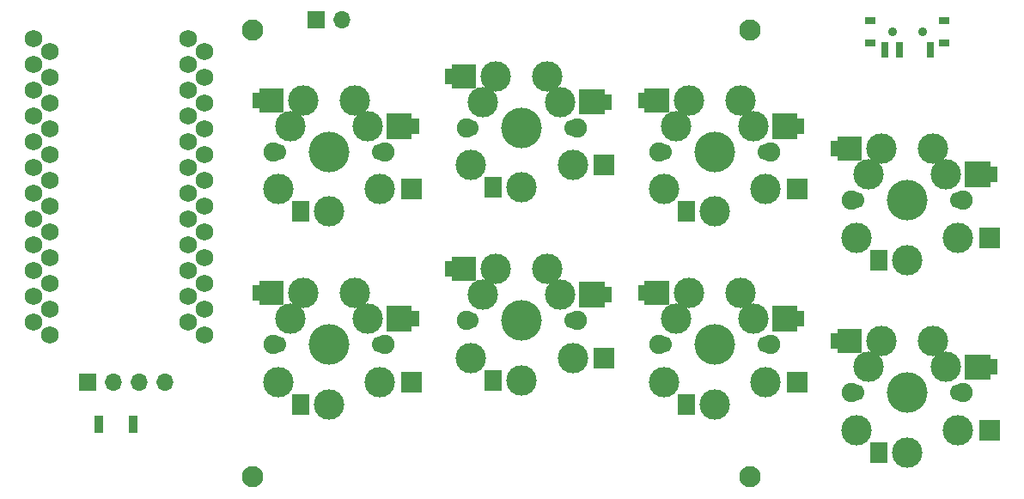
<source format=gbr>
%TF.GenerationSoftware,KiCad,Pcbnew,(5.1.10)-1*%
%TF.CreationDate,2021-09-16T21:08:08-04:00*%
%TF.ProjectId,small-paintbrush-hotswap,736d616c-6c2d-4706-9169-6e7462727573,rev?*%
%TF.SameCoordinates,Original*%
%TF.FileFunction,Soldermask,Top*%
%TF.FilePolarity,Negative*%
%FSLAX46Y46*%
G04 Gerber Fmt 4.6, Leading zero omitted, Abs format (unit mm)*
G04 Created by KiCad (PCBNEW (5.1.10)-1) date 2021-09-16 21:08:08*
%MOMM*%
%LPD*%
G01*
G04 APERTURE LIST*
%ADD10C,2.100000*%
%ADD11C,0.100000*%
%ADD12C,3.000000*%
%ADD13C,0.100000*%
%ADD14R,1.800000X2.000000*%
%ADD15R,2.000000X2.000000*%
%ADD16C,4.000000*%
%ADD17C,1.900000*%
%ADD18C,1.700000*%
%ADD19C,1.752600*%
%ADD20O,1.700000X1.700000*%
%ADD21R,1.700000X1.700000*%
%ADD22R,0.900000X1.700000*%
%ADD23R,1.000000X0.800000*%
%ADD24R,0.700000X1.500000*%
%ADD25C,0.900000*%
G04 APERTURE END LIST*
D10*
%TO.C,REF\u002A\u002A*%
X98401737Y-65599424D03*
%TD*%
%TO.C,REF\u002A\u002A*%
X147401737Y-65599424D03*
%TD*%
%TO.C,REF\u002A\u002A*%
X147401737Y-21599424D03*
%TD*%
%TO.C,REF\u002A\u002A*%
X98401737Y-21599424D03*
%TD*%
D11*
%TO.C,KEY4*%
G36*
X158401737Y-34469424D02*
G01*
X156001737Y-34469424D01*
X156001737Y-34019424D01*
X155351737Y-34019424D01*
X155351737Y-32519424D01*
X156001737Y-32519424D01*
X156001737Y-32069424D01*
X158401737Y-32069424D01*
X158401737Y-34469424D01*
G37*
D12*
X166711737Y-35809424D03*
X166711737Y-35809424D03*
X160361737Y-33269424D03*
D11*
G36*
X168551737Y-34559423D02*
G01*
X171051737Y-34559423D01*
X171051737Y-35059423D01*
X171751737Y-35059423D01*
X171751737Y-36559423D01*
X171051737Y-36559423D01*
X171051737Y-37059423D01*
X168551737Y-37059423D01*
X168551737Y-34559423D01*
G37*
D13*
X166726737Y-35769424D03*
D12*
X167901737Y-42049424D03*
D14*
X160101737Y-44249424D03*
D15*
X171001737Y-42049424D03*
D12*
X157901737Y-42049424D03*
X162901737Y-44249424D03*
D13*
X159076737Y-35769424D03*
D12*
X165441737Y-33269424D03*
D16*
X162901737Y-38349424D03*
D17*
X157401737Y-38349424D03*
X168401737Y-38349424D03*
D18*
X167981737Y-38349424D03*
X157821737Y-38349424D03*
D12*
X159091737Y-35809423D03*
%TD*%
D11*
%TO.C,KEY8*%
G36*
X158401739Y-53469423D02*
G01*
X156001739Y-53469423D01*
X156001739Y-53019423D01*
X155351739Y-53019423D01*
X155351739Y-51519423D01*
X156001739Y-51519423D01*
X156001739Y-51069423D01*
X158401739Y-51069423D01*
X158401739Y-53469423D01*
G37*
D12*
X166711739Y-54809423D03*
X166711739Y-54809423D03*
X160361739Y-52269423D03*
D11*
G36*
X168551739Y-53559422D02*
G01*
X171051739Y-53559422D01*
X171051739Y-54059422D01*
X171751739Y-54059422D01*
X171751739Y-55559422D01*
X171051739Y-55559422D01*
X171051739Y-56059422D01*
X168551739Y-56059422D01*
X168551739Y-53559422D01*
G37*
D13*
X166726739Y-54769423D03*
D12*
X167901739Y-61049423D03*
D14*
X160101739Y-63249423D03*
D15*
X171001739Y-61049423D03*
D12*
X157901739Y-61049423D03*
X162901739Y-63249423D03*
D13*
X159076739Y-54769423D03*
D12*
X165441739Y-52269423D03*
D16*
X162901739Y-57349423D03*
D17*
X157401739Y-57349423D03*
X168401739Y-57349423D03*
D18*
X167981739Y-57349423D03*
X157821739Y-57349423D03*
D12*
X159091739Y-54809422D03*
%TD*%
D11*
%TO.C,KEY7*%
G36*
X139401739Y-48719426D02*
G01*
X137001739Y-48719426D01*
X137001739Y-48269426D01*
X136351739Y-48269426D01*
X136351739Y-46769426D01*
X137001739Y-46769426D01*
X137001739Y-46319426D01*
X139401739Y-46319426D01*
X139401739Y-48719426D01*
G37*
D12*
X147711739Y-50059426D03*
X147711739Y-50059426D03*
X141361739Y-47519426D03*
D11*
G36*
X149551739Y-48809425D02*
G01*
X152051739Y-48809425D01*
X152051739Y-49309425D01*
X152751739Y-49309425D01*
X152751739Y-50809425D01*
X152051739Y-50809425D01*
X152051739Y-51309425D01*
X149551739Y-51309425D01*
X149551739Y-48809425D01*
G37*
D13*
X147726739Y-50019426D03*
D12*
X148901739Y-56299426D03*
D14*
X141101739Y-58499426D03*
D15*
X152001739Y-56299426D03*
D12*
X138901739Y-56299426D03*
X143901739Y-58499426D03*
D13*
X140076739Y-50019426D03*
D12*
X146441739Y-47519426D03*
D16*
X143901739Y-52599426D03*
D17*
X138401739Y-52599426D03*
X149401739Y-52599426D03*
D18*
X148981739Y-52599426D03*
X138821739Y-52599426D03*
D12*
X140091739Y-50059425D03*
%TD*%
D11*
%TO.C,KEY6*%
G36*
X120401739Y-46339424D02*
G01*
X118001739Y-46339424D01*
X118001739Y-45889424D01*
X117351739Y-45889424D01*
X117351739Y-44389424D01*
X118001739Y-44389424D01*
X118001739Y-43939424D01*
X120401739Y-43939424D01*
X120401739Y-46339424D01*
G37*
D12*
X128711739Y-47679424D03*
X128711739Y-47679424D03*
X122361739Y-45139424D03*
D11*
G36*
X130551739Y-46429423D02*
G01*
X133051739Y-46429423D01*
X133051739Y-46929423D01*
X133751739Y-46929423D01*
X133751739Y-48429423D01*
X133051739Y-48429423D01*
X133051739Y-48929423D01*
X130551739Y-48929423D01*
X130551739Y-46429423D01*
G37*
D13*
X128726739Y-47639424D03*
D12*
X129901739Y-53919424D03*
D14*
X122101739Y-56119424D03*
D15*
X133001739Y-53919424D03*
D12*
X119901739Y-53919424D03*
X124901739Y-56119424D03*
D13*
X121076739Y-47639424D03*
D12*
X127441739Y-45139424D03*
D16*
X124901739Y-50219424D03*
D17*
X119401739Y-50219424D03*
X130401739Y-50219424D03*
D18*
X129981739Y-50219424D03*
X119821739Y-50219424D03*
D12*
X121091739Y-47679423D03*
%TD*%
D11*
%TO.C,KEY5*%
G36*
X101401736Y-48719424D02*
G01*
X99001736Y-48719424D01*
X99001736Y-48269424D01*
X98351736Y-48269424D01*
X98351736Y-46769424D01*
X99001736Y-46769424D01*
X99001736Y-46319424D01*
X101401736Y-46319424D01*
X101401736Y-48719424D01*
G37*
D12*
X109711736Y-50059424D03*
X109711736Y-50059424D03*
X103361736Y-47519424D03*
D11*
G36*
X111551736Y-48809423D02*
G01*
X114051736Y-48809423D01*
X114051736Y-49309423D01*
X114751736Y-49309423D01*
X114751736Y-50809423D01*
X114051736Y-50809423D01*
X114051736Y-51309423D01*
X111551736Y-51309423D01*
X111551736Y-48809423D01*
G37*
D13*
X109726736Y-50019424D03*
D12*
X110901736Y-56299424D03*
D14*
X103101736Y-58499424D03*
D15*
X114001736Y-56299424D03*
D12*
X100901736Y-56299424D03*
X105901736Y-58499424D03*
D13*
X102076736Y-50019424D03*
D12*
X108441736Y-47519424D03*
D16*
X105901736Y-52599424D03*
D17*
X100401736Y-52599424D03*
X111401736Y-52599424D03*
D18*
X110981736Y-52599424D03*
X100821736Y-52599424D03*
D12*
X102091736Y-50059423D03*
%TD*%
D11*
%TO.C,KEY3*%
G36*
X139401739Y-29719426D02*
G01*
X137001739Y-29719426D01*
X137001739Y-29269426D01*
X136351739Y-29269426D01*
X136351739Y-27769426D01*
X137001739Y-27769426D01*
X137001739Y-27319426D01*
X139401739Y-27319426D01*
X139401739Y-29719426D01*
G37*
D12*
X147711739Y-31059426D03*
X147711739Y-31059426D03*
X141361739Y-28519426D03*
D11*
G36*
X149551739Y-29809425D02*
G01*
X152051739Y-29809425D01*
X152051739Y-30309425D01*
X152751739Y-30309425D01*
X152751739Y-31809425D01*
X152051739Y-31809425D01*
X152051739Y-32309425D01*
X149551739Y-32309425D01*
X149551739Y-29809425D01*
G37*
D13*
X147726739Y-31019426D03*
D12*
X148901739Y-37299426D03*
D14*
X141101739Y-39499426D03*
D15*
X152001739Y-37299426D03*
D12*
X138901739Y-37299426D03*
X143901739Y-39499426D03*
D13*
X140076739Y-31019426D03*
D12*
X146441739Y-28519426D03*
D16*
X143901739Y-33599426D03*
D17*
X138401739Y-33599426D03*
X149401739Y-33599426D03*
D18*
X148981739Y-33599426D03*
X138821739Y-33599426D03*
D12*
X140091739Y-31059425D03*
%TD*%
D11*
%TO.C,KEY2*%
G36*
X120401737Y-27339424D02*
G01*
X118001737Y-27339424D01*
X118001737Y-26889424D01*
X117351737Y-26889424D01*
X117351737Y-25389424D01*
X118001737Y-25389424D01*
X118001737Y-24939424D01*
X120401737Y-24939424D01*
X120401737Y-27339424D01*
G37*
D12*
X128711737Y-28679424D03*
X128711737Y-28679424D03*
X122361737Y-26139424D03*
D11*
G36*
X130551737Y-27429423D02*
G01*
X133051737Y-27429423D01*
X133051737Y-27929423D01*
X133751737Y-27929423D01*
X133751737Y-29429423D01*
X133051737Y-29429423D01*
X133051737Y-29929423D01*
X130551737Y-29929423D01*
X130551737Y-27429423D01*
G37*
D13*
X128726737Y-28639424D03*
D12*
X129901737Y-34919424D03*
D14*
X122101737Y-37119424D03*
D15*
X133001737Y-34919424D03*
D12*
X119901737Y-34919424D03*
X124901737Y-37119424D03*
D13*
X121076737Y-28639424D03*
D12*
X127441737Y-26139424D03*
D16*
X124901737Y-31219424D03*
D17*
X119401737Y-31219424D03*
X130401737Y-31219424D03*
D18*
X129981737Y-31219424D03*
X119821737Y-31219424D03*
D12*
X121091737Y-28679423D03*
%TD*%
D11*
%TO.C,KEY1*%
G36*
X101401737Y-29719424D02*
G01*
X99001737Y-29719424D01*
X99001737Y-29269424D01*
X98351737Y-29269424D01*
X98351737Y-27769424D01*
X99001737Y-27769424D01*
X99001737Y-27319424D01*
X101401737Y-27319424D01*
X101401737Y-29719424D01*
G37*
D12*
X109711737Y-31059424D03*
X109711737Y-31059424D03*
X103361737Y-28519424D03*
D11*
G36*
X111551737Y-29809423D02*
G01*
X114051737Y-29809423D01*
X114051737Y-30309423D01*
X114751737Y-30309423D01*
X114751737Y-31809423D01*
X114051737Y-31809423D01*
X114051737Y-32309423D01*
X111551737Y-32309423D01*
X111551737Y-29809423D01*
G37*
D13*
X109726737Y-31019424D03*
D12*
X110901737Y-37299424D03*
D14*
X103101737Y-39499424D03*
D15*
X114001737Y-37299424D03*
D12*
X100901737Y-37299424D03*
X105901737Y-39499424D03*
D13*
X102076737Y-31019424D03*
D12*
X108441737Y-28519424D03*
D16*
X105901737Y-33599424D03*
D17*
X100401737Y-33599424D03*
X111401737Y-33599424D03*
D18*
X110981737Y-33599424D03*
X100821737Y-33599424D03*
D12*
X102091737Y-31059423D03*
%TD*%
D19*
%TO.C,U1*%
X93640736Y-46529424D03*
X93640736Y-49069424D03*
X93640736Y-51609424D03*
X78400736Y-49069424D03*
X78400736Y-46529424D03*
X78400736Y-43989424D03*
X78400736Y-41449424D03*
X78400736Y-38909424D03*
X78400736Y-36369424D03*
X78400736Y-33829424D03*
X78400736Y-31289424D03*
X78400736Y-28749424D03*
X78400736Y-26209424D03*
X78400736Y-23669424D03*
X93640736Y-23669424D03*
X78400736Y-51609424D03*
X93640736Y-26209424D03*
X93640736Y-28749424D03*
X93640736Y-31289424D03*
X93640736Y-33829424D03*
X93640736Y-36369424D03*
X93640736Y-38909424D03*
X93640736Y-41449424D03*
X93640736Y-43989424D03*
%TD*%
%TO.C,U2*%
X76749736Y-42719424D03*
X76749736Y-40179424D03*
X76749736Y-37639424D03*
X76749736Y-35099424D03*
X76749736Y-32559424D03*
X76749736Y-30019424D03*
X76749736Y-27479424D03*
X76749736Y-24939424D03*
X91989736Y-50339424D03*
X76749736Y-22399424D03*
X91989736Y-22399424D03*
X91989736Y-24939424D03*
X91989736Y-27479424D03*
X91989736Y-30019424D03*
X91989736Y-32559424D03*
X91989736Y-35099424D03*
X91989736Y-37639424D03*
X91989736Y-40179424D03*
X91989736Y-42719424D03*
X91989736Y-45259424D03*
X91989736Y-47799424D03*
X76749736Y-50339424D03*
X76749736Y-47799424D03*
X76749736Y-45259424D03*
%TD*%
D20*
%TO.C,J3*%
X89721739Y-56281424D03*
X87181739Y-56281424D03*
X84641739Y-56281424D03*
D21*
X82101739Y-56281424D03*
%TD*%
D20*
%TO.C,J1*%
X107171737Y-20599424D03*
D21*
X104631737Y-20599424D03*
%TD*%
D22*
%TO.C,PUSH2*%
X83201736Y-60492424D03*
X86601736Y-60492424D03*
%TD*%
D23*
%TO.C,SW2*%
X166551737Y-22879424D03*
X159251737Y-22879424D03*
X159251737Y-20669424D03*
X166551737Y-20669424D03*
D24*
X160651737Y-23529424D03*
X162151737Y-23529424D03*
X165151737Y-23529424D03*
D25*
X161401737Y-21769424D03*
X164401737Y-21769424D03*
%TD*%
%TO.C,SW1*%
X164401737Y-21769424D03*
X161401737Y-21769424D03*
%TD*%
M02*

</source>
